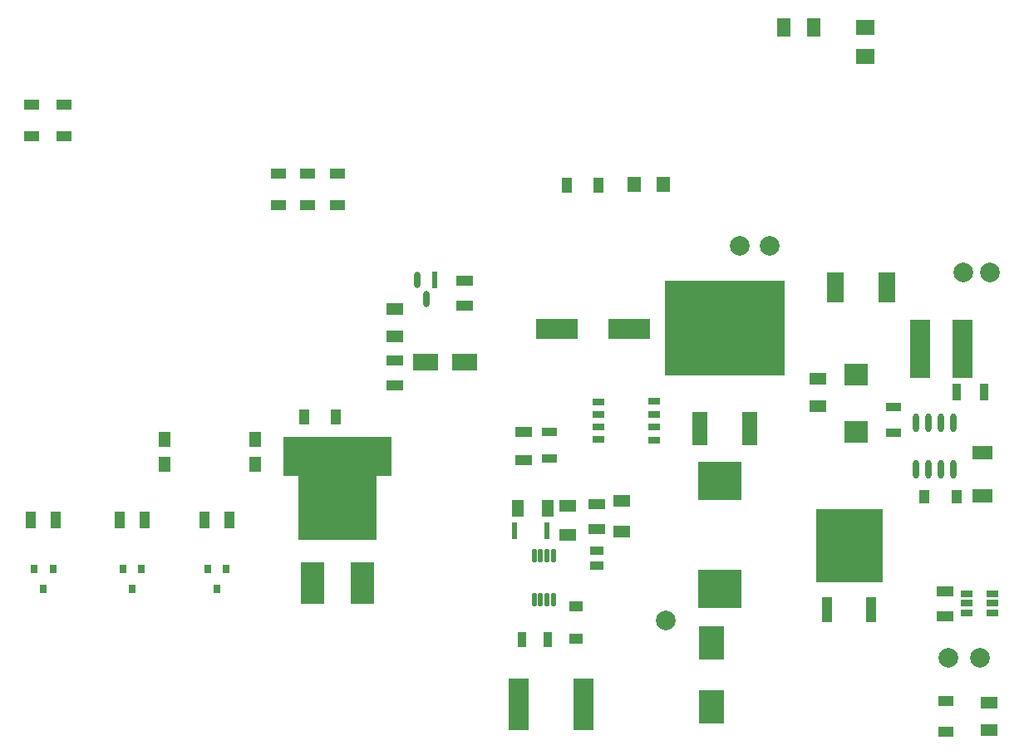
<source format=gtp>
G04*
G04 #@! TF.GenerationSoftware,Altium Limited,Altium Designer,21.3.2 (30)*
G04*
G04 Layer_Color=8421504*
%FSLAX44Y44*%
%MOMM*%
G71*
G04*
G04 #@! TF.SameCoordinates,4244C718-2E5F-4D70-85F9-B0E7FB749B1B*
G04*
G04*
G04 #@! TF.FilePolarity,Positive*
G04*
G01*
G75*
%ADD17R,1.6582X1.1055*%
%ADD18R,1.4000X1.5000*%
%ADD19R,1.5000X1.0000*%
%ADD20C,2.0000*%
%ADD21R,1.2000X0.6500*%
%ADD22R,1.0000X2.5000*%
%ADD23R,6.8500X7.5000*%
%ADD24R,2.3500X2.2000*%
%ADD25R,0.6268X1.6587*%
G04:AMPARAMS|DCode=26|XSize=1.6587mm|YSize=0.6268mm|CornerRadius=0.3134mm|HoleSize=0mm|Usage=FLASHONLY|Rotation=270.000|XOffset=0mm|YOffset=0mm|HoleType=Round|Shape=RoundedRectangle|*
%AMROUNDEDRECTD26*
21,1,1.6587,0.0000,0,0,270.0*
21,1,1.0319,0.6268,0,0,270.0*
1,1,0.6268,0.0000,-0.5159*
1,1,0.6268,0.0000,0.5159*
1,1,0.6268,0.0000,0.5159*
1,1,0.6268,0.0000,-0.5159*
%
%ADD26ROUNDEDRECTD26*%
%ADD27R,2.5000X1.7000*%
%ADD28R,1.7000X1.0500*%
%ADD29R,1.8000X1.2500*%
%ADD30R,1.8000X1.0500*%
%ADD31R,4.5000X4.0000*%
%ADD32O,0.6000X1.9000*%
G04:AMPARAMS|DCode=33|XSize=0.45mm|YSize=1.35mm|CornerRadius=0.0495mm|HoleSize=0mm|Usage=FLASHONLY|Rotation=0.000|XOffset=0mm|YOffset=0mm|HoleType=Round|Shape=RoundedRectangle|*
%AMROUNDEDRECTD33*
21,1,0.4500,1.2510,0,0,0.0*
21,1,0.3510,1.3500,0,0,0.0*
1,1,0.0990,0.1755,-0.6255*
1,1,0.0990,-0.1755,-0.6255*
1,1,0.0990,-0.1755,0.6255*
1,1,0.0990,0.1755,0.6255*
%
%ADD33ROUNDEDRECTD33*%
%ADD34R,1.3500X1.1000*%
%ADD35R,2.1000X1.4000*%
%ADD36R,2.4000X4.2300*%
%ADD37C,7.2000*%
%ADD38R,1.3000X1.5000*%
%ADD39R,1.0000X1.5000*%
%ADD40R,0.8000X0.9000*%
%ADD41R,1.0500X1.7000*%
%ADD42R,1.4500X1.8500*%
%ADD43R,1.9000X1.5000*%
%ADD44R,0.9000X1.5500*%
%ADD45R,1.5500X0.9000*%
%ADD46R,1.7000X1.1500*%
%ADD47R,1.2500X1.8000*%
%ADD48R,4.2000X2.1000*%
%ADD49R,1.3500X0.9500*%
%ADD50R,1.8200X1.1600*%
%ADD51R,0.5562X1.8062*%
%ADD52R,2.0000X6.0000*%
%ADD53R,1.1000X1.3500*%
%ADD54R,0.9500X1.7000*%
%ADD55R,1.7800X3.1500*%
%ADD56R,1.6000X3.5000*%
%ADD57R,12.2000X9.7500*%
%ADD58R,2.0000X5.3000*%
%ADD59R,2.5000X3.5000*%
%ADD60R,1.7582X1.1561*%
G36*
X463750Y-657700D02*
X448750D01*
Y-722700D01*
X368750D01*
Y-657700D01*
X353750D01*
Y-617500D01*
X463750D01*
Y-657700D01*
D02*
G37*
D17*
X1027500Y-800264D02*
D03*
Y-774736D02*
D03*
D18*
X711144Y-360219D02*
D03*
X741144D02*
D03*
D19*
X408750Y-349000D02*
D03*
Y-381000D02*
D03*
X378750Y-349000D02*
D03*
Y-381000D02*
D03*
X348750Y-349000D02*
D03*
Y-381000D02*
D03*
X97500Y-311000D02*
D03*
Y-279000D02*
D03*
X130000Y-311000D02*
D03*
Y-279000D02*
D03*
X1028750Y-918500D02*
D03*
Y-886500D02*
D03*
D20*
X848750Y-422500D02*
D03*
X1063750Y-842500D02*
D03*
X743750Y-805000D02*
D03*
X1031250Y-842500D02*
D03*
X1046250Y-450000D02*
D03*
X1073750D02*
D03*
X818750Y-422500D02*
D03*
D21*
X1075770Y-796763D02*
D03*
Y-787263D02*
D03*
Y-777763D02*
D03*
X1049770D02*
D03*
Y-787263D02*
D03*
Y-796763D02*
D03*
X675060Y-581846D02*
D03*
Y-594546D02*
D03*
Y-607246D02*
D03*
Y-619946D02*
D03*
X731250Y-620962D02*
D03*
Y-607500D02*
D03*
Y-594292D02*
D03*
Y-580830D02*
D03*
D22*
X907220Y-793881D02*
D03*
X952820D02*
D03*
D23*
X930020Y-728881D02*
D03*
D24*
X936887Y-553688D02*
D03*
Y-612188D02*
D03*
D25*
X508240Y-457402D02*
D03*
D26*
X489940D02*
D03*
X499090Y-476936D02*
D03*
D27*
X498750Y-541230D02*
D03*
X538750D02*
D03*
D28*
X467483Y-565446D02*
D03*
Y-539946D02*
D03*
X598750Y-641000D02*
D03*
Y-612500D02*
D03*
D29*
X467483Y-487575D02*
D03*
Y-515075D02*
D03*
X898297Y-558483D02*
D03*
Y-585983D02*
D03*
D30*
X538750Y-483980D02*
D03*
Y-458480D02*
D03*
X672648Y-686236D02*
D03*
Y-711736D02*
D03*
D31*
X798750Y-772500D02*
D03*
Y-662500D02*
D03*
D32*
X1036429Y-603427D02*
D03*
X1023729D02*
D03*
X1011029D02*
D03*
X998329D02*
D03*
X1036429Y-650426D02*
D03*
X1023729D02*
D03*
X1011029D02*
D03*
X998329D02*
D03*
D33*
X628684Y-783430D02*
D03*
Y-738931D02*
D03*
X622184D02*
D03*
X615684D02*
D03*
X609184D02*
D03*
X622184Y-783430D02*
D03*
X615684D02*
D03*
X609184D02*
D03*
D34*
X651639Y-790323D02*
D03*
Y-823323D02*
D03*
D35*
X1065503Y-633846D02*
D03*
Y-677846D02*
D03*
D36*
X383350Y-766350D02*
D03*
X434150D02*
D03*
D37*
X408750Y-666027D02*
D03*
D38*
X232750Y-645200D02*
D03*
Y-619800D02*
D03*
X324750D02*
D03*
Y-645200D02*
D03*
D39*
X407229Y-597444D02*
D03*
X375229D02*
D03*
X642750Y-361230D02*
D03*
X674750D02*
D03*
D40*
X295500Y-752500D02*
D03*
X276500D02*
D03*
X286000Y-772500D02*
D03*
X209078Y-752500D02*
D03*
X190078D02*
D03*
X199578Y-772500D02*
D03*
X118995Y-752500D02*
D03*
X99995D02*
D03*
X109495Y-772500D02*
D03*
D41*
X298750Y-702500D02*
D03*
X273250D02*
D03*
X212328D02*
D03*
X186828D02*
D03*
X122245D02*
D03*
X96745D02*
D03*
D42*
X893750Y-200000D02*
D03*
X863750D02*
D03*
D43*
X946292Y-229821D02*
D03*
Y-199821D02*
D03*
D44*
X596594Y-823984D02*
D03*
X623094D02*
D03*
D45*
X624748Y-639253D02*
D03*
Y-612753D02*
D03*
X974988Y-613640D02*
D03*
Y-587140D02*
D03*
D46*
X698750Y-682500D02*
D03*
Y-714000D02*
D03*
D47*
X623451Y-690326D02*
D03*
X592951D02*
D03*
D48*
X632250Y-507500D02*
D03*
X706250D02*
D03*
D49*
X673398Y-748595D02*
D03*
Y-733595D02*
D03*
D50*
X643750Y-687750D02*
D03*
Y-717250D02*
D03*
D51*
X589349Y-713492D02*
D03*
X621849D02*
D03*
D52*
X1002250Y-527500D02*
D03*
X1045250D02*
D03*
D53*
X1006929Y-678825D02*
D03*
X1039929D02*
D03*
D54*
X1068026Y-572233D02*
D03*
X1040026D02*
D03*
D55*
X916250Y-465000D02*
D03*
X968550D02*
D03*
D56*
X829150Y-609500D02*
D03*
X778350D02*
D03*
D57*
X803750Y-506750D02*
D03*
D58*
X659250Y-890000D02*
D03*
X593250D02*
D03*
D59*
X790000Y-892500D02*
D03*
Y-827500D02*
D03*
D60*
X1072679Y-888198D02*
D03*
Y-916720D02*
D03*
M02*

</source>
